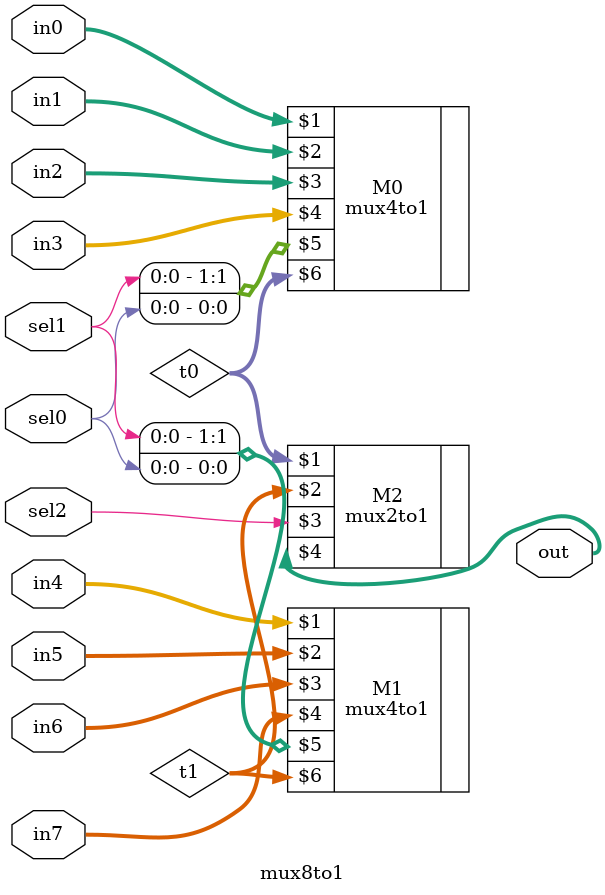
<source format=v>
`timescale 1ns / 1ps
module mux8to1(in0,in1,in2,in3,in4,in5,in6,in7,sel2,sel1,sel0,out
    );
	 
	 parameter N = 5;
	 input [N-1:0] in0,in1,in2,in3,in4,in5,in6,in7;
	 input sel2,sel1,sel0;
	 output [N-1:0] out;
	 wire [N-1:0] t1,t0;
	 
	 mux4to1 M0(in0,in1,in2,in3,{sel1,sel0},t0);
	 mux4to1 M1(in4,in5,in6,in7,{sel1,sel0},t1);
	 mux2to1 M2(t0,t1,sel2,out);

endmodule

</source>
